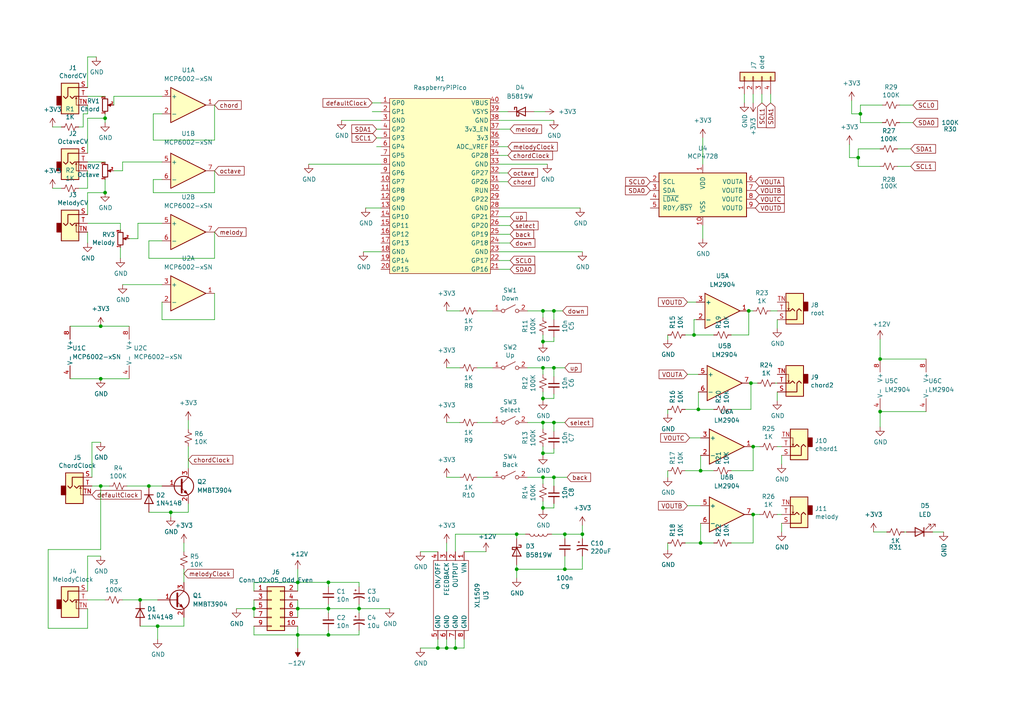
<source format=kicad_sch>
(kicad_sch (version 20211123) (generator eeschema)
  (paper "A4")
  (junction (at 255.27 104.14))
  (junction (at 30.48 34.29))
  (junction (at 73.66 176.53))
  (junction (at 86.36 168.91))
  (junction (at 45.72 181.61))
  (junction (at 160.655 106.68))
  (junction (at 217.17 90.17))
  (junction (at 157.48 115.57))
  (junction (at 157.48 122.555))
  (junction (at 160.655 138.43))
  (junction (at 160.655 122.555))
  (junction (at 40.64 173.99))
  (junction (at 217.805 111.125))
  (junction (at 30.48 55.88))
  (junction (at 218.44 149.225))
  (junction (at 157.48 106.68))
  (junction (at 201.295 97.155))
  (junction (at 157.48 99.06))
  (junction (at 218.44 129.54))
  (junction (at 129.54 187.96))
  (junction (at 127 187.96))
  (junction (at 157.48 138.43))
  (junction (at 157.48 90.17))
  (junction (at 132.08 187.96))
  (junction (at 49.53 148.59))
  (junction (at 95.25 176.53))
  (junction (at 249.555 33.02))
  (junction (at 86.36 176.53))
  (junction (at 203.2 136.525))
  (junction (at 168.91 154.94))
  (junction (at 248.92 45.72))
  (junction (at 202.565 118.745))
  (junction (at 29.21 109.855))
  (junction (at 86.36 184.15))
  (junction (at 203.2 157.48))
  (junction (at 149.86 154.94))
  (junction (at 95.25 184.15))
  (junction (at 255.27 119.38))
  (junction (at 29.21 140.97))
  (junction (at 157.48 147.32))
  (junction (at 149.86 165.1))
  (junction (at 95.25 168.91))
  (junction (at 160.655 90.17))
  (junction (at 163.83 154.94))
  (junction (at 43.18 140.97))
  (junction (at 104.14 176.53))
  (junction (at 163.83 165.1))
  (junction (at 157.48 131.445))
  (junction (at 29.21 94.615))
  (wire (pts (xy 25.4 33.02) (xy 25.4 30.48)))
  (wire (pts (xy 149.86 163.83) (xy 149.86 165.1)))
  (wire (pts (xy 218.44 157.48) (xy 218.44 149.225)))
  (wire (pts (xy 202.565 113.665) (xy 202.565 118.745)))
  (wire (pts (xy 255.27 119.38) (xy 255.27 123.825)))
  (wire (pts (xy 260.35 43.18) (xy 264.16 43.18)))
  (wire (pts (xy 160.655 122.555) (xy 160.655 125.095)))
  (wire (pts (xy 129.54 106.68) (xy 133.35 106.68)))
  (wire (pts (xy 198.755 97.155) (xy 201.295 97.155)))
  (wire (pts (xy 54.61 121.92) (xy 54.61 124.46)))
  (wire (pts (xy 40.005 69.215) (xy 40.005 64.77)))
  (wire (pts (xy 86.36 184.15) (xy 95.25 184.15)))
  (wire (pts (xy 160.655 90.17) (xy 163.195 90.17)))
  (wire (pts (xy 107.95 32.385) (xy 110.49 32.385)))
  (wire (pts (xy 218.44 136.525) (xy 218.44 129.54)))
  (wire (pts (xy 168.91 161.29) (xy 168.91 165.1)))
  (wire (pts (xy 149.86 154.94) (xy 149.86 156.21)))
  (wire (pts (xy 144.78 65.405) (xy 147.955 65.405)))
  (wire (pts (xy 160.655 90.17) (xy 160.655 92.71)))
  (wire (pts (xy 129.54 185.42) (xy 129.54 187.96)))
  (wire (pts (xy 157.48 90.17) (xy 160.655 90.17)))
  (wire (pts (xy 73.66 171.45) (xy 73.66 168.91)))
  (wire (pts (xy 35.56 46.99) (xy 46.99 46.99)))
  (wire (pts (xy 46.99 92.71) (xy 62.23 92.71)))
  (wire (pts (xy 29.21 159.385) (xy 13.97 159.385)))
  (wire (pts (xy 20.32 109.855) (xy 29.21 109.855)))
  (wire (pts (xy 246.38 41.91) (xy 246.38 45.72)))
  (wire (pts (xy 25.4 27.94) (xy 30.48 27.94)))
  (wire (pts (xy 144.78 60.325) (xy 168.275 60.325)))
  (wire (pts (xy 104.14 175.26) (xy 104.14 176.53)))
  (wire (pts (xy 138.43 106.68) (xy 142.875 106.68)))
  (wire (pts (xy 107.95 29.845) (xy 110.49 29.845)))
  (wire (pts (xy 37.465 69.215) (xy 40.005 69.215)))
  (wire (pts (xy 86.36 181.61) (xy 86.36 184.15)))
  (wire (pts (xy 43.18 74.93) (xy 62.23 74.93)))
  (wire (pts (xy 15.24 36.83) (xy 17.78 36.83)))
  (wire (pts (xy 168.91 154.94) (xy 168.91 152.4)))
  (wire (pts (xy 25.4 46.99) (xy 30.48 46.99)))
  (wire (pts (xy 29.21 94.615) (xy 37.465 94.615)))
  (wire (pts (xy 44.45 33.02) (xy 44.45 40.64)))
  (wire (pts (xy 95.25 184.15) (xy 104.14 184.15)))
  (wire (pts (xy 30.48 35.56) (xy 30.48 34.29)))
  (wire (pts (xy 25.4 173.99) (xy 30.48 173.99)))
  (wire (pts (xy 160.655 130.175) (xy 160.655 131.445)))
  (wire (pts (xy 33.02 27.94) (xy 46.99 27.94)))
  (wire (pts (xy 35.56 173.99) (xy 40.64 173.99)))
  (wire (pts (xy 203.2 132.08) (xy 203.2 136.525)))
  (wire (pts (xy 95.25 177.8) (xy 95.25 176.53)))
  (wire (pts (xy 249.555 30.48) (xy 249.555 33.02)))
  (wire (pts (xy 109.22 40.005) (xy 110.49 40.005)))
  (wire (pts (xy 160.655 99.06) (xy 157.48 99.06)))
  (wire (pts (xy 144.78 67.945) (xy 147.955 67.945)))
  (wire (pts (xy 218.44 129.54) (xy 220.345 129.54)))
  (wire (pts (xy 43.18 148.59) (xy 49.53 148.59)))
  (wire (pts (xy 152.4 154.94) (xy 149.86 154.94)))
  (wire (pts (xy 25.4 67.31) (xy 25.4 70.485)))
  (wire (pts (xy 260.985 30.48) (xy 264.795 30.48)))
  (wire (pts (xy 129.54 90.17) (xy 133.35 90.17)))
  (wire (pts (xy 44.45 40.64) (xy 62.23 40.64)))
  (wire (pts (xy 217.17 90.17) (xy 218.44 90.17)))
  (wire (pts (xy 138.43 122.555) (xy 142.875 122.555)))
  (wire (pts (xy 193.675 157.48) (xy 193.675 159.385)))
  (wire (pts (xy 44.45 55.88) (xy 62.23 55.88)))
  (wire (pts (xy 35.56 49.53) (xy 35.56 46.99)))
  (wire (pts (xy 34.925 71.755) (xy 34.925 74.93)))
  (wire (pts (xy 45.72 185.42) (xy 45.72 181.61)))
  (wire (pts (xy 44.45 52.07) (xy 44.45 55.88)))
  (wire (pts (xy 201.295 92.71) (xy 201.295 97.155)))
  (wire (pts (xy 95.25 176.53) (xy 95.25 175.26)))
  (wire (pts (xy 25.4 16.51) (xy 27.94 16.51)))
  (wire (pts (xy 86.36 184.15) (xy 86.36 187.96)))
  (wire (pts (xy 226.695 132.08) (xy 226.695 134.62)))
  (wire (pts (xy 262.255 154.305) (xy 262.89 154.305)))
  (wire (pts (xy 163.83 154.94) (xy 163.83 156.21)))
  (wire (pts (xy 193.675 118.745) (xy 193.675 120.015)))
  (wire (pts (xy 225.425 92.71) (xy 225.425 95.25)))
  (wire (pts (xy 268.605 119.38) (xy 255.27 119.38)))
  (wire (pts (xy 104.14 168.91) (xy 104.14 170.18)))
  (wire (pts (xy 104.14 184.15) (xy 104.14 182.88)))
  (wire (pts (xy 193.675 136.525) (xy 193.675 138.43)))
  (wire (pts (xy 212.09 118.745) (xy 217.805 118.745)))
  (wire (pts (xy 89.535 47.625) (xy 110.49 47.625)))
  (wire (pts (xy 45.72 173.99) (xy 40.64 173.99)))
  (wire (pts (xy 53.34 157.48) (xy 53.34 160.02)))
  (wire (pts (xy 53.34 165.1) (xy 53.34 168.91)))
  (wire (pts (xy 49.53 149.86) (xy 49.53 148.59)))
  (wire (pts (xy 199.39 146.685) (xy 203.2 146.685)))
  (wire (pts (xy 134.62 160.02) (xy 140.97 160.02)))
  (wire (pts (xy 200.025 127) (xy 203.2 127)))
  (wire (pts (xy 249.555 33.02) (xy 249.555 35.56)))
  (wire (pts (xy 104.14 176.53) (xy 104.14 177.8)))
  (wire (pts (xy 144.78 47.625) (xy 158.75 47.625)))
  (wire (pts (xy 138.43 90.17) (xy 142.875 90.17)))
  (wire (pts (xy 36.83 140.97) (xy 43.18 140.97)))
  (wire (pts (xy 106.045 60.325) (xy 110.49 60.325)))
  (wire (pts (xy 144.78 45.085) (xy 147.32 45.085)))
  (wire (pts (xy 53.34 181.61) (xy 53.34 179.07)))
  (wire (pts (xy 160.02 154.94) (xy 163.83 154.94)))
  (wire (pts (xy 160.655 122.555) (xy 163.83 122.555)))
  (wire (pts (xy 212.09 97.155) (xy 217.17 97.155)))
  (wire (pts (xy 153.035 90.17) (xy 157.48 90.17)))
  (wire (pts (xy 270.51 154.305) (xy 273.685 154.305)))
  (wire (pts (xy 46.99 52.07) (xy 44.45 52.07)))
  (wire (pts (xy 157.48 145.415) (xy 157.48 147.32)))
  (wire (pts (xy 153.035 106.68) (xy 157.48 106.68)))
  (wire (pts (xy 25.4 182.245) (xy 25.4 176.53)))
  (wire (pts (xy 25.4 44.45) (xy 25.4 34.29)))
  (wire (pts (xy 86.36 173.99) (xy 86.36 176.53)))
  (wire (pts (xy 255.27 104.14) (xy 255.27 98.425)))
  (wire (pts (xy 160.655 138.43) (xy 160.655 140.97)))
  (wire (pts (xy 225.425 129.54) (xy 226.695 129.54)))
  (wire (pts (xy 225.425 113.665) (xy 225.425 116.205)))
  (wire (pts (xy 46.99 140.97) (xy 43.18 140.97)))
  (wire (pts (xy 157.48 138.43) (xy 160.655 138.43)))
  (wire (pts (xy 62.23 92.71) (xy 62.23 85.09)))
  (wire (pts (xy 24.13 36.83) (xy 24.13 33.02)))
  (wire (pts (xy 30.48 34.29) (xy 30.48 33.02)))
  (wire (pts (xy 46.99 33.02) (xy 44.45 33.02)))
  (wire (pts (xy 160.655 97.79) (xy 160.655 99.06)))
  (wire (pts (xy 25.4 171.45) (xy 25.4 161.29)))
  (wire (pts (xy 246.38 45.72) (xy 248.92 45.72)))
  (wire (pts (xy 157.48 90.17) (xy 157.48 92.075)))
  (wire (pts (xy 144.78 50.165) (xy 147.32 50.165)))
  (wire (pts (xy 95.25 168.91) (xy 104.14 168.91)))
  (wire (pts (xy 223.52 27.305) (xy 223.52 29.845)))
  (wire (pts (xy 86.36 168.91) (xy 95.25 168.91)))
  (wire (pts (xy 225.425 149.225) (xy 226.695 149.225)))
  (wire (pts (xy 29.21 140.97) (xy 29.21 159.385)))
  (wire (pts (xy 157.48 106.68) (xy 157.48 108.585)))
  (wire (pts (xy 144.78 62.865) (xy 147.955 62.865)))
  (wire (pts (xy 157.48 97.155) (xy 157.48 99.06)))
  (wire (pts (xy 129.54 122.555) (xy 133.35 122.555)))
  (wire (pts (xy 217.805 111.125) (xy 219.71 111.125)))
  (wire (pts (xy 255.27 48.26) (xy 248.92 48.26)))
  (wire (pts (xy 144.78 78.105) (xy 147.955 78.105)))
  (wire (pts (xy 160.655 114.3) (xy 160.655 115.57)))
  (wire (pts (xy 13.97 182.245) (xy 25.4 182.245)))
  (wire (pts (xy 218.44 27.305) (xy 218.44 29.845)))
  (wire (pts (xy 22.86 36.83) (xy 24.13 36.83)))
  (wire (pts (xy 129.54 138.43) (xy 133.35 138.43)))
  (wire (pts (xy 20.32 94.615) (xy 29.21 94.615)))
  (wire (pts (xy 215.9 27.305) (xy 215.9 29.845)))
  (wire (pts (xy 129.54 157.48) (xy 129.54 160.02)))
  (wire (pts (xy 154.94 32.385) (xy 158.115 32.385)))
  (wire (pts (xy 223.52 90.17) (xy 225.425 90.17)))
  (wire (pts (xy 157.48 122.555) (xy 157.48 124.46)))
  (wire (pts (xy 260.35 48.26) (xy 264.16 48.26)))
  (wire (pts (xy 249.555 30.48) (xy 255.905 30.48)))
  (wire (pts (xy 144.78 32.385) (xy 147.32 32.385)))
  (wire (pts (xy 26.67 128.27) (xy 29.21 128.27)))
  (wire (pts (xy 144.78 42.545) (xy 147.32 42.545)))
  (wire (pts (xy 218.44 149.225) (xy 220.345 149.225)))
  (wire (pts (xy 247.015 33.02) (xy 249.555 33.02)))
  (wire (pts (xy 248.92 43.18) (xy 248.92 45.72)))
  (wire (pts (xy 248.92 45.72) (xy 248.92 48.26)))
  (wire (pts (xy 121.92 160.02) (xy 127 160.02)))
  (wire (pts (xy 46.99 87.63) (xy 46.99 92.71)))
  (wire (pts (xy 157.48 115.57) (xy 157.48 116.205)))
  (wire (pts (xy 199.39 87.63) (xy 201.93 87.63)))
  (wire (pts (xy 160.655 131.445) (xy 157.48 131.445)))
  (wire (pts (xy 95.25 176.53) (xy 104.14 176.53)))
  (wire (pts (xy 199.39 108.585) (xy 202.565 108.585)))
  (wire (pts (xy 25.4 55.88) (xy 30.48 55.88)))
  (wire (pts (xy 86.36 171.45) (xy 86.36 168.91)))
  (wire (pts (xy 86.36 176.53) (xy 95.25 176.53)))
  (wire (pts (xy 138.43 138.43) (xy 142.875 138.43)))
  (wire (pts (xy 201.295 97.155) (xy 207.01 97.155)))
  (wire (pts (xy 134.62 185.42) (xy 134.62 187.96)))
  (wire (pts (xy 144.78 73.025) (xy 168.91 73.025)))
  (wire (pts (xy 198.755 118.745) (xy 202.565 118.745)))
  (wire (pts (xy 99.06 34.925) (xy 110.49 34.925)))
  (wire (pts (xy 201.93 92.71) (xy 201.295 92.71)))
  (wire (pts (xy 149.86 165.1) (xy 149.86 167.64)))
  (wire (pts (xy 26.67 140.97) (xy 29.21 140.97)))
  (wire (pts (xy 212.09 157.48) (xy 218.44 157.48)))
  (wire (pts (xy 160.655 106.68) (xy 160.655 109.22)))
  (wire (pts (xy 160.655 146.05) (xy 160.655 147.32)))
  (wire (pts (xy 46.99 69.85) (xy 43.18 69.85)))
  (wire (pts (xy 157.48 122.555) (xy 160.655 122.555)))
  (wire (pts (xy 203.2 157.48) (xy 207.01 157.48)))
  (wire (pts (xy 149.86 165.1) (xy 163.83 165.1)))
  (wire (pts (xy 54.61 129.54) (xy 54.61 135.89)))
  (wire (pts (xy 157.48 113.665) (xy 157.48 115.57)))
  (wire (pts (xy 217.805 118.745) (xy 217.805 111.125)))
  (wire (pts (xy 144.78 34.925) (xy 160.655 34.925)))
  (wire (pts (xy 247.015 29.21) (xy 247.015 33.02)))
  (wire (pts (xy 129.54 187.96) (xy 127 187.96)))
  (wire (pts (xy 95.25 184.15) (xy 95.25 182.88)))
  (wire (pts (xy 198.755 157.48) (xy 203.2 157.48)))
  (wire (pts (xy 255.905 35.56) (xy 249.555 35.56)))
  (wire (pts (xy 193.675 97.155) (xy 193.675 98.425)))
  (wire (pts (xy 109.22 37.465) (xy 110.49 37.465)))
  (wire (pts (xy 15.24 54.61) (xy 17.78 54.61)))
  (wire (pts (xy 144.78 70.485) (xy 147.955 70.485)))
  (wire (pts (xy 220.98 27.305) (xy 220.98 29.845)))
  (wire (pts (xy 134.62 187.96) (xy 132.08 187.96)))
  (wire (pts (xy 203.835 69.215) (xy 203.835 65.405)))
  (wire (pts (xy 212.09 136.525) (xy 218.44 136.525)))
  (wire (pts (xy 153.035 138.43) (xy 157.48 138.43)))
  (wire (pts (xy 157.48 147.32) (xy 157.48 147.955)))
  (wire (pts (xy 25.4 34.29) (xy 30.48 34.29)))
  (wire (pts (xy 40.005 64.77) (xy 46.99 64.77)))
  (wire (pts (xy 40.64 181.61) (xy 45.72 181.61)))
  (wire (pts (xy 157.48 106.68) (xy 160.655 106.68)))
  (wire (pts (xy 22.86 54.61) (xy 25.4 54.61)))
  (wire (pts (xy 198.755 136.525) (xy 203.2 136.525)))
  (wire (pts (xy 25.4 161.29) (xy 29.21 161.29)))
  (wire (pts (xy 144.78 37.465) (xy 147.955 37.465)))
  (wire (pts (xy 73.66 184.15) (xy 86.36 184.15)))
  (wire (pts (xy 29.21 109.855) (xy 37.465 109.855)))
  (wire (pts (xy 29.21 140.97) (xy 31.75 140.97)))
  (wire (pts (xy 253.365 154.305) (xy 257.175 154.305)))
  (wire (pts (xy 43.18 69.85) (xy 43.18 74.93)))
  (wire (pts (xy 157.48 131.445) (xy 157.48 132.08)))
  (wire (pts (xy 160.655 115.57) (xy 157.48 115.57)))
  (wire (pts (xy 226.695 151.765) (xy 226.695 154.305)))
  (wire (pts (xy 157.48 99.06) (xy 157.48 99.695)))
  (wire (pts (xy 157.48 138.43) (xy 157.48 140.335)))
  (wire (pts (xy 35.56 82.55) (xy 46.99 82.55)))
  (wire (pts (xy 86.36 176.53) (xy 86.36 179.07)))
  (wire (pts (xy 127 187.96) (xy 121.92 187.96)))
  (wire (pts (xy 144.78 52.705) (xy 147.32 52.705)))
  (wire (pts (xy 73.66 176.53) (xy 73.66 179.07)))
  (wire (pts (xy 202.565 118.745) (xy 207.01 118.745)))
  (wire (pts (xy 132.08 154.94) (xy 132.08 160.02)))
  (wire (pts (xy 163.83 165.1) (xy 168.91 165.1)))
  (wire (pts (xy 160.655 106.68) (xy 163.83 106.68)))
  (wire (pts (xy 25.4 64.77) (xy 34.925 64.77)))
  (wire (pts (xy 73.66 176.53) (xy 68.58 176.53)))
  (wire (pts (xy 73.66 168.91) (xy 86.36 168.91)))
  (wire (pts (xy 54.61 148.59) (xy 54.61 146.05)))
  (wire (pts (xy 26.67 138.43) (xy 26.67 128.27)))
  (wire (pts (xy 45.72 181.61) (xy 53.34 181.61)))
  (wire (pts (xy 163.83 161.29) (xy 163.83 165.1)))
  (wire (pts (xy 62.23 74.93) (xy 62.23 67.31)))
  (wire (pts (xy 248.92 43.18) (xy 255.27 43.18)))
  (wire (pts (xy 24.13 33.02) (xy 25.4 33.02)))
  (wire (pts (xy 144.78 75.565) (xy 147.955 75.565)))
  (wire (pts (xy 157.48 129.54) (xy 157.48 131.445)))
  (wire (pts (xy 33.02 49.53) (xy 35.56 49.53)))
  (wire (pts (xy 95.25 170.18) (xy 95.25 168.91)))
  (wire (pts (xy 49.53 148.59) (xy 54.61 148.59)))
  (wire (pts (xy 203.2 136.525) (xy 207.01 136.525)))
  (wire (pts (xy 260.985 35.56) (xy 264.795 35.56)))
  (wire (pts (xy 13.97 159.385) (xy 13.97 182.245)))
  (wire (pts (xy 25.4 25.4) (xy 25.4 16.51)))
  (wire (pts (xy 163.83 154.94) (xy 168.91 154.94)))
  (wire (pts (xy 25.4 62.23) (xy 25.4 55.88)))
  (wire (pts (xy 73.66 173.99) (xy 73.66 176.53)))
  (wire (pts (xy 109.22 42.545) (xy 110.49 42.545)))
  (wire (pts (xy 132.08 185.42) (xy 132.08 187.96)))
  (wire (pts (xy 104.14 176.53) (xy 113.03 176.53)))
  (wire (pts (xy 168.91 154.94) (xy 168.91 156.21)))
  (wire (pts (xy 203.2 151.765) (xy 203.2 157.48)))
  (wire (pts (xy 127 185.42) (xy 127 187.96)))
  (wire (pts (xy 149.86 154.94) (xy 132.08 154.94)))
  (wire (pts (xy 217.17 97.155) (xy 217.17 90.17)))
  (wire (pts (xy 132.08 187.96) (xy 129.54 187.96)))
  (wire (pts (xy 62.23 40.64) (xy 62.23 30.48)))
  (wire (pts (xy 33.02 30.48) (xy 33.02 27.94)))
  (wire (pts (xy 25.4 54.61) (xy 25.4 49.53)))
  (wire (pts (xy 160.655 138.43) (xy 164.465 138.43)))
  (wire (pts (xy 203.835 47.625) (xy 203.835 40.005)))
  (wire (pts (xy 224.79 111.125) (xy 225.425 111.125)))
  (wire (pts (xy 153.035 122.555) (xy 157.48 122.555)))
  (wire (pts (xy 160.655 147.32) (xy 157.48 147.32)))
  (wire (pts (xy 86.36 165.1) (xy 86.36 168.91)))
  (wire (pts (xy 268.605 104.14) (xy 255.27 104.14)))
  (wire (pts (xy 34.925 64.77) (xy 34.925 66.675)))
  (wire (pts (xy 73.66 181.61) (xy 73.66 184.15)))
  (wire (pts (xy 30.48 55.88) (xy 30.48 52.07)))
  (wire (pts (xy 62.23 55.88) (xy 62.23 49.53)))
  (wire (pts (xy 105.41 73.025) (xy 110.49 73.025)))
  (global_label "chord" (shape input) (at 147.32 52.705 0) (property "Intersheet References" "${INTERSHEET_REFS}" (effects hide)))
  (global_label "melody" (shape input) (at 147.955 37.465 0) (property "Intersheet References" "${INTERSHEET_REFS}" (effects hide)))
  (global_label "chordClock" (shape input) (at 54.61 133.35 0) (property "Intersheet References" "${INTERSHEET_REFS}" (effects hide)))
  (global_label "VOUTD" (shape input) (at 219.075 60.325 0) (property "Intersheet References" "${INTERSHEET_REFS}" (effects hide)))
  (global_label "SCL1" (shape input) (at 109.22 40.005 180) (property "Intersheet References" "${INTERSHEET_REFS}" (effects hide)))
  (global_label "SDA0" (shape input) (at 147.955 78.105 0) (property "Intersheet References" "${INTERSHEET_REFS}" (effects hide)))
  (global_label "defaultClock" (shape input) (at 107.95 29.845 180) (property "Intersheet References" "${INTERSHEET_REFS}" (effects hide)))
  (global_label "VOUTC" (shape input) (at 219.075 57.785 0) (property "Intersheet References" "${INTERSHEET_REFS}" (effects hide)))
  (global_label "defaultClock" (shape input) (at 26.67 143.51 0) (property "Intersheet References" "${INTERSHEET_REFS}" (effects hide)))
  (global_label "VOUTC" (shape input) (at 200.025 127 180) (property "Intersheet References" "${INTERSHEET_REFS}" (effects hide)))
  (global_label "VOUTB" (shape input) (at 199.39 146.685 180) (property "Intersheet References" "${INTERSHEET_REFS}" (effects hide)))
  (global_label "SDA0" (shape input) (at 188.595 55.245 180) (property "Intersheet References" "${INTERSHEET_REFS}" (effects hide)))
  (global_label "up" (shape input) (at 147.955 62.865 0) (property "Intersheet References" "${INTERSHEET_REFS}" (effects hide)))
  (global_label "SDA1" (shape input) (at 264.16 43.18 0) (property "Intersheet References" "${INTERSHEET_REFS}" (effects hide)))
  (global_label "VOUTB" (shape input) (at 219.075 55.245 0) (property "Intersheet References" "${INTERSHEET_REFS}" (effects hide)))
  (global_label "select" (shape input) (at 147.955 65.405 0) (property "Intersheet References" "${INTERSHEET_REFS}" (effects hide)))
  (global_label "chord" (shape input) (at 62.23 30.48 0) (property "Intersheet References" "${INTERSHEET_REFS}" (effects hide)))
  (global_label "melodyClock" (shape input) (at 53.34 166.37 0) (property "Intersheet References" "${INTERSHEET_REFS}" (effects hide)))
  (global_label "SCL1" (shape input) (at 264.16 48.26 0) (property "Intersheet References" "${INTERSHEET_REFS}" (effects hide)))
  (global_label "back" (shape input) (at 147.955 67.945 0) (property "Intersheet References" "${INTERSHEET_REFS}" (effects hide)))
  (global_label "back" (shape input) (at 164.465 138.43 0) (property "Intersheet References" "${INTERSHEET_REFS}" (effects hide)))
  (global_label "VOUTA" (shape input) (at 219.075 52.705 0) (property "Intersheet References" "${INTERSHEET_REFS}" (effects hide)))
  (global_label "SCL0" (shape input) (at 147.955 75.565 0) (property "Intersheet References" "${INTERSHEET_REFS}" (effects hide)))
  (global_label "VOUTA" (shape input) (at 199.39 108.585 180) (property "Intersheet References" "${INTERSHEET_REFS}" (effects hide)))
  (global_label "melodyClock" (shape input) (at 147.32 42.545 0) (property "Intersheet References" "${INTERSHEET_REFS}" (effects hide)))
  (global_label "SCL1" (shape input) (at 220.98 29.845 270) (property "Intersheet References" "${INTERSHEET_REFS}" (effects hide)))
  (global_label "SDA1" (shape input) (at 109.22 37.465 180) (property "Intersheet References" "${INTERSHEET_REFS}" (effects hide)))
  (global_label "down" (shape input) (at 163.195 90.17 0) (property "Intersheet References" "${INTERSHEET_REFS}" (effects hide)))
  (global_label "select" (shape input) (at 163.83 122.555 0) (property "Intersheet References" "${INTERSHEET_REFS}" (effects hide)))
  (global_label "SDA0" (shape input) (at 264.795 35.56 0) (property "Intersheet References" "${INTERSHEET_REFS}" (effects hide)))
  (global_label "chordClock" (shape input) (at 147.32 45.085 0) (property "Intersheet References" "${INTERSHEET_REFS}" (effects hide)))
  (global_label "octave" (shape input) (at 147.32 50.165 0) (property "Intersheet References" "${INTERSHEET_REFS}" (effects hide)))
  (global_label "up" (shape input) (at 163.83 106.68 0) (property "Intersheet References" "${INTERSHEET_REFS}" (effects hide)))
  (global_label "SCL0" (shape input) (at 264.795 30.48 0) (property "Intersheet References" "${INTERSHEET_REFS}" (effects hide)))
  (global_label "down" (shape input) (at 147.955 70.485 0) (property "Intersheet References" "${INTERSHEET_REFS}" (effects hide)))
  (global_label "octave" (shape input) (at 62.23 49.53 0) (property "Intersheet References" "${INTERSHEET_REFS}" (effects hide)))
  (global_label "melody" (shape input) (at 62.23 67.31 0) (property "Intersheet References" "${INTERSHEET_REFS}" (effects hide)))
  (global_label "SCL0" (shape input) (at 188.595 52.705 180) (property "Intersheet References" "${INTERSHEET_REFS}" (effects hide)))
  (global_label "SDA1" (shape input) (at 223.52 29.845 270) (property "Intersheet References" "${INTERSHEET_REFS}" (effects hide)))
  (global_label "VOUTD" (shape input) (at 199.39 87.63 180) (property "Intersheet References" "${INTERSHEET_REFS}" (effects hide)))
  (symbol (lib_id "Analog_DAC:MCP4728") (at 203.835 55.245 0) (unit 1)
    (property "Reference" "U4" (at 203.835 43.0276 0))
    (property "Value" "MCP4728" (at 203.835 45.339 0))
    (property "Footprint" "Package_SO:MSOP-10_3x3mm_P0.5mm" (effects hide))
    (property "Datasheet" "http://ww1.microchip.com/downloads/en/DeviceDoc/22187E.pdf" (effects hide))
  )
  (symbol (lib_id "vccg-rescue:CP1_Small-Device") (at 104.14 180.34 0) (unit 1)
    (property "Reference" "C4" (at 106.4514 179.1716 0) (effects (justify left)))
    (property "Value" "10u" (at 106.4514 181.483 0) (effects (justify left)))
    (property "Footprint" "Capacitor_SMD:C_0805_2012Metric" (effects hide))
  )
  (symbol (lib_id "Device:C_Small") (at 95.25 180.34 0) (unit 1)
    (property "Reference" "C2" (at 97.5868 179.1716 0) (effects (justify left)))
    (property "Value" "10n" (at 97.5868 181.483 0) (effects (justify left)))
    (property "Footprint" "Capacitor_SMD:C_0603_1608Metric" (effects hide))
  )
  (symbol (lib_id "vccg-rescue:CP1_Small-Device") (at 104.14 172.72 0) (unit 1)
    (property "Reference" "C3" (at 106.4514 171.5516 0) (effects (justify left)))
    (property "Value" "10u" (at 106.4514 173.863 0) (effects (justify left)))
    (property "Footprint" "Capacitor_SMD:C_0805_2012Metric" (effects hide))
  )
  (symbol (lib_id "Device:C_Small") (at 95.25 172.72 0) (unit 1)
    (property "Reference" "C1" (at 97.5868 171.5516 0) (effects (justify left)))
    (property "Value" "10n" (at 97.5868 173.863 0) (effects (justify left)))
    (property "Footprint" "Capacitor_SMD:C_0603_1608Metric" (effects hide))
  )
  (symbol (lib_id "power:GND") (at 113.03 176.53 0) (unit 1)
    (property "Reference" "#PWR024" (effects hide))
    (property "Value" "GND" (at 113.157 180.9242 0))
  )
  (symbol (lib_id "power:GND") (at 68.58 176.53 0) (unit 1)
    (property "Reference" "#PWR017" (effects hide))
    (property "Value" "GND" (at 68.707 180.9242 0))
  )
  (symbol (lib_id "power:-12V") (at 86.36 187.96 180) (unit 1)
    (property "Reference" "#PWR019" (effects hide))
    (property "Value" "-12V" (at 85.979 192.3542 0))
  )
  (symbol (lib_id "power:+12V") (at 86.36 165.1 0) (unit 1)
    (property "Reference" "#PWR018" (effects hide))
    (property "Value" "+12V" (at 86.741 160.7058 0))
  )
  (symbol (lib_id "power:GND") (at 29.21 109.855 0) (unit 1)
    (property "Reference" "#PWR06" (effects hide))
    (property "Value" "GND" (at 29.337 114.2492 0))
  )
  (symbol (lib_id "Connector:AudioJack2_SwitchT") (at 230.505 90.17 180) (unit 1)
    (property "Reference" "J8" (at 235.077 88.4682 0) (effects (justify right)))
    (property "Value" "root" (at 235.077 90.7796 0) (effects (justify right)))
    (property "Footprint" "Connector_Audio:Jack_3.5mm_QingPu_WQP-PJ398SM_Vertical_CircularHoles" (effects hide))
  )
  (symbol (lib_id "Connector:AudioJack2_SwitchT") (at 231.775 129.54 180) (unit 1)
    (property "Reference" "J10" (at 236.347 127.8382 0) (effects (justify right)))
    (property "Value" "chord1" (at 236.347 130.1496 0) (effects (justify right)))
    (property "Footprint" "Connector_Audio:Jack_3.5mm_QingPu_WQP-PJ398SM_Vertical_CircularHoles" (effects hide))
  )
  (symbol (lib_id "Connector:AudioJack2_SwitchT") (at 230.505 111.125 180) (unit 1)
    (property "Reference" "J9" (at 235.077 109.4232 0) (effects (justify right)))
    (property "Value" "chord2" (at 235.077 111.7346 0) (effects (justify right)))
    (property "Footprint" "Connector_Audio:Jack_3.5mm_QingPu_WQP-PJ398SM_Vertical_CircularHoles" (effects hide))
  )
  (symbol (lib_id "Connector:AudioJack2_SwitchT") (at 231.775 149.225 180) (unit 1)
    (property "Reference" "J11" (at 236.347 147.5232 0) (effects (justify right)))
    (property "Value" "melody" (at 236.347 149.8346 0) (effects (justify right)))
    (property "Footprint" "Connector_Audio:Jack_3.5mm_QingPu_WQP-PJ398SM_Vertical_CircularHoles" (effects hide))
  )
  (symbol (lib_id "Connector:AudioJack2_SwitchT") (at 20.32 27.94 0) (unit 1)
    (property "Reference" "J1" (at 21.1328 19.685 0))
    (property "Value" "ChordCV" (at 21.1328 21.9964 0))
    (property "Footprint" "Connector_Audio:Jack_3.5mm_QingPu_WQP-PJ398SM_Vertical_CircularHoles" (effects hide))
  )
  (symbol (lib_id "Connector:AudioJack2_SwitchT") (at 20.32 46.99 0) (unit 1)
    (property "Reference" "J2" (at 21.1328 38.735 0))
    (property "Value" "OctaveCV" (at 21.1328 41.0464 0))
    (property "Footprint" "Connector_Audio:Jack_3.5mm_QingPu_WQP-PJ398SM_Vertical_CircularHoles" (effects hide))
  )
  (symbol (lib_id "Connector:AudioJack2_SwitchT") (at 20.32 64.77 0) (unit 1)
    (property "Reference" "J3" (at 21.1328 56.515 0))
    (property "Value" "MelodyCV" (at 21.1328 58.8264 0))
    (property "Footprint" "Connector_Audio:Jack_3.5mm_QingPu_WQP-PJ398SM_Vertical_CircularHoles" (effects hide))
  )
  (symbol (lib_id "Connector:AudioJack2_SwitchT") (at 21.59 140.97 0) (unit 1)
    (property "Reference" "J5" (at 22.4028 132.715 0))
    (property "Value" "ChordClock" (at 22.4028 135.0264 0))
    (property "Footprint" "Connector_Audio:Jack_3.5mm_QingPu_WQP-PJ398SM_Vertical_CircularHoles" (effects hide))
  )
  (symbol (lib_id "Connector:AudioJack2_SwitchT") (at 20.32 173.99 0) (unit 1)
    (property "Reference" "J4" (at 21.1328 165.735 0))
    (property "Value" "MelodyClock" (at 21.1328 168.0464 0))
    (property "Footprint" "Connector_Audio:Jack_3.5mm_QingPu_WQP-PJ398SM_Vertical_CircularHoles" (effects hide))
  )
  (symbol (lib_id "Device:R_Small_US") (at 34.29 140.97 270) (unit 1)
    (property "Reference" "R4" (at 34.29 135.763 90))
    (property "Value" "100K" (at 34.29 138.0744 90))
    (property "Footprint" "Resistor_SMD:R_0603_1608Metric" (effects hide))
  )
  (symbol (lib_id "Device:R_Small_US") (at 33.02 173.99 270) (unit 1)
    (property "Reference" "R3" (at 33.02 168.783 90))
    (property "Value" "100K" (at 33.02 171.0944 90))
    (property "Footprint" "Resistor_SMD:R_0603_1608Metric" (effects hide))
  )
  (symbol (lib_id "Diode:1N4148") (at 43.18 144.78 270) (unit 1)
    (property "Reference" "D2" (at 45.212 143.6116 90) (effects (justify left)))
    (property "Value" "1N4148" (at 45.212 145.923 90) (effects (justify left)))
    (property "Footprint" "Diode_SMD:D_SOD-123" (effects hide))
    (property "Datasheet" "https://assets.nexperia.com/documents/data-sheet/1N4148_1N4448.pdf" (effects hide))
  )
  (symbol (lib_id "Diode:1N4148") (at 40.64 177.8 270) (unit 1)
    (property "Reference" "D1" (at 42.672 176.6316 90) (effects (justify left)))
    (property "Value" "1N4148" (at 42.672 178.943 90) (effects (justify left)))
    (property "Footprint" "Diode_SMD:D_SOD-123" (effects hide))
    (property "Datasheet" "https://assets.nexperia.com/documents/data-sheet/1N4148_1N4448.pdf" (effects hide))
  )
  (symbol (lib_id "power:GND") (at 45.72 185.42 0) (unit 1)
    (property "Reference" "#PWR013" (effects hide))
    (property "Value" "GND" (at 45.847 189.8142 0))
  )
  (symbol (lib_id "power:GND") (at 49.53 149.86 0) (unit 1)
    (property "Reference" "#PWR014" (effects hide))
    (property "Value" "GND" (at 49.657 154.2542 0))
  )
  (symbol (lib_id "Device:R_Small_US") (at 54.61 127 180) (unit 1)
    (property "Reference" "R6" (at 56.3372 125.8316 0) (effects (justify right)))
    (property "Value" "10K" (at 56.3372 128.143 0) (effects (justify right)))
    (property "Footprint" "Resistor_SMD:R_0603_1608Metric" (effects hide))
  )
  (symbol (lib_id "Device:R_Small_US") (at 53.34 162.56 180) (unit 1)
    (property "Reference" "R5" (at 55.0672 161.3916 0) (effects (justify right)))
    (property "Value" "10K" (at 55.0672 163.703 0) (effects (justify right)))
    (property "Footprint" "Resistor_SMD:R_0603_1608Metric" (effects hide))
  )
  (symbol (lib_id "power:GND") (at 29.21 161.29 0) (unit 1)
    (property "Reference" "#PWR08" (effects hide))
    (property "Value" "GND" (at 29.337 165.6842 0))
  )
  (symbol (lib_id "power:GND") (at 29.21 128.27 0) (unit 1)
    (property "Reference" "#PWR07" (effects hide))
    (property "Value" "GND" (at 29.337 132.6642 0))
  )
  (symbol (lib_id "vccg-rescue:R_POT_Small-Device") (at 30.48 30.48 0) (mirror x) (unit 1)
    (property "Reference" "RV1" (at 28.9814 29.3116 0) (effects (justify right)))
    (property "Value" "Chord" (at 28.9814 31.623 0) (effects (justify right)))
    (property "Footprint" "Potentiometer_THT:Potentiometer_Alpha_RD901F-40-00D_Single_Vertical_CircularHoles" (effects hide))
  )
  (symbol (lib_id "vccg-rescue:R_POT_Small-Device") (at 30.48 49.53 0) (mirror x) (unit 1)
    (property "Reference" "RV2" (at 28.956 48.3616 0) (effects (justify right)))
    (property "Value" "Octave" (at 28.956 50.673 0) (effects (justify right)))
    (property "Footprint" "Potentiometer_THT:Potentiometer_Alpha_RD901F-40-00D_Single_Vertical_CircularHoles" (effects hide))
  )
  (symbol (lib_id "power:GND") (at 30.48 35.56 0) (unit 1)
    (property "Reference" "#PWR09" (effects hide))
    (property "Value" "GND" (at 30.607 39.9542 0))
  )
  (symbol (lib_id "power:GND") (at 27.94 16.51 0) (unit 1)
    (property "Reference" "#PWR04" (effects hide))
    (property "Value" "GND" (at 28.067 20.9042 0))
  )
  (symbol (lib_id "power:GND") (at 30.48 55.88 0) (unit 1)
    (property "Reference" "#PWR010" (effects hide))
    (property "Value" "GND" (at 30.607 60.2742 0))
  )
  (symbol (lib_id "power:GND") (at 35.56 82.55 0) (unit 1)
    (property "Reference" "#PWR012" (effects hide))
    (property "Value" "GND" (at 35.687 86.9442 0))
  )
  (symbol (lib_id "power:GND") (at 203.835 69.215 0) (unit 1)
    (property "Reference" "#PWR049" (effects hide))
    (property "Value" "GND" (at 203.962 73.6092 0))
  )
  (symbol (lib_id "Device:R_Small_US") (at 220.98 90.17 270) (unit 1)
    (property "Reference" "R23" (at 220.98 84.963 90))
    (property "Value" "1K" (at 220.98 87.2744 90))
    (property "Footprint" "Resistor_SMD:R_0603_1608Metric" (effects hide))
  )
  (symbol (lib_id "Device:R_Small_US") (at 222.885 129.54 270) (unit 1)
    (property "Reference" "R25" (at 222.885 124.333 90))
    (property "Value" "1K" (at 222.885 126.6444 90))
    (property "Footprint" "Resistor_SMD:R_0603_1608Metric" (effects hide))
  )
  (symbol (lib_id "Device:R_Small_US") (at 222.25 111.125 270) (unit 1)
    (property "Reference" "R24" (at 222.25 105.918 90))
    (property "Value" "1K" (at 222.25 108.2294 90))
    (property "Footprint" "Resistor_SMD:R_0603_1608Metric" (effects hide))
  )
  (symbol (lib_id "Device:R_Small_US") (at 222.885 149.225 270) (unit 1)
    (property "Reference" "R26" (at 222.885 144.018 90))
    (property "Value" "1K" (at 222.885 146.3294 90))
    (property "Footprint" "Resistor_SMD:R_0603_1608Metric" (effects hide))
  )
  (symbol (lib_id "power:GND") (at 226.695 154.305 0) (unit 1)
    (property "Reference" "#PWR055" (effects hide))
    (property "Value" "GND" (at 226.822 158.6992 0))
  )
  (symbol (lib_id "power:GND") (at 225.425 116.205 0) (unit 1)
    (property "Reference" "#PWR053" (effects hide))
    (property "Value" "GND" (at 225.552 120.5992 0))
  )
  (symbol (lib_id "power:GND") (at 226.695 134.62 0) (unit 1)
    (property "Reference" "#PWR054" (effects hide))
    (property "Value" "GND" (at 226.822 139.0142 0))
  )
  (symbol (lib_id "power:GND") (at 225.425 95.25 0) (unit 1)
    (property "Reference" "#PWR052" (effects hide))
    (property "Value" "GND" (at 225.552 99.6442 0))
  )
  (symbol (lib_id "Connector_Generic:Conn_02x05_Odd_Even") (at 78.74 176.53 0) (unit 1)
    (property "Reference" "J6" (at 80.01 165.9382 0))
    (property "Value" "Conn_02x05_Odd_Even" (at 80.01 168.2496 0))
    (property "Footprint" "Connector_PinHeader_2.54mm:PinHeader_2x05_P2.54mm_Vertical" (effects hide))
  )
  (symbol (lib_id "Device:R_Small_US") (at 20.32 36.83 270) (unit 1)
    (property "Reference" "R1" (at 20.32 31.623 90))
    (property "Value" "1K" (at 20.32 33.9344 90))
    (property "Footprint" "Resistor_SMD:R_0603_1608Metric" (effects hide))
  )
  (symbol (lib_id "Device:R_Small_US") (at 20.32 54.61 270) (unit 1)
    (property "Reference" "R2" (at 20.32 49.403 90))
    (property "Value" "1K" (at 20.32 51.7144 90))
    (property "Footprint" "Resistor_SMD:R_0603_1608Metric" (effects hide))
  )
  (symbol (lib_id "Switch:SW_SPST") (at 147.955 138.43 0) (unit 1)
    (property "Reference" "SW4" (at 147.955 132.461 0))
    (property "Value" "Back" (at 147.955 134.7724 0))
    (property "Footprint" "Button_Switch_THT:SW_PUSH_6mm_H13mm" (effects hide))
  )
  (symbol (lib_id "Connector_Generic:Conn_01x04") (at 218.44 22.225 90) (unit 1)
    (property "Reference" "J7" (at 218.6432 20.193 0) (effects (justify left)))
    (property "Value" "oled" (at 220.9546 20.193 0) (effects (justify left)))
    (property "Footprint" "Connector_PinSocket_2.54mm:PinSocket_1x04_P2.54mm_Vertical" (effects hide))
  )
  (symbol (lib_id "power:GND") (at 215.9 29.845 0) (unit 1)
    (property "Reference" "#PWR050" (effects hide))
    (property "Value" "GND" (at 216.027 33.0962 90) (effects (justify right)))
  )
  (symbol (lib_id "Device:R_Small_US") (at 258.445 30.48 270) (unit 1)
    (property "Reference" "R29" (at 258.445 25.273 90))
    (property "Value" "100K" (at 258.445 27.5844 90))
    (property "Footprint" "Resistor_SMD:R_0603_1608Metric" (effects hide))
  )
  (symbol (lib_id "Device:R_Small_US") (at 258.445 35.56 270) (unit 1)
    (property "Reference" "R30" (at 275.59 37.465 90))
    (property "Value" "100K" (at 275.59 35.56 90))
    (property "Footprint" "Resistor_SMD:R_0603_1608Metric" (effects hide))
  )
  (symbol (lib_id "Amplifier_Operational:LM2904") (at 210.185 111.125 0) (unit 2)
    (property "Reference" "U5" (at 210.185 100.33 0))
    (property "Value" "LM2904" (at 210.185 102.87 0))
    (property "Footprint" "Package_SO:SOIC-8_3.9x4.9mm_P1.27mm" (effects hide))
    (property "Datasheet" "http://www.ti.com/lit/ds/symlink/lm358.pdf" (effects hide))
  )
  (symbol (lib_id "power:+3.3V") (at 218.44 29.845 180) (unit 1)
    (property "Reference" "#PWR051" (effects hide))
    (property "Value" "+3.3V" (at 218.44 39.37 90) (effects (justify right)))
  )
  (symbol (lib_id "Device:C_Small") (at 160.655 95.25 0) (unit 1)
    (property "Reference" "C5" (at 165.735 95.885 90) (effects (justify left)))
    (property "Value" "10n" (at 163.83 96.52 90) (effects (justify left)))
    (property "Footprint" "Capacitor_SMD:C_0603_1608Metric" (effects hide))
  )
  (symbol (lib_id "Amplifier_Operational:MCP6002-xSN") (at 40.005 102.235 0) (unit 3)
    (property "Reference" "U2" (at 38.735 100.9649 0) (effects (justify left)))
    (property "Value" "MCP6002-xSN" (at 38.735 103.5049 0) (effects (justify left)))
    (property "Footprint" "Package_SO:SOIC-8_3.9x4.9mm_P1.27mm" (effects hide))
    (property "Datasheet" "http://ww1.microchip.com/downloads/en/DeviceDoc/21733j.pdf" (effects hide))
  )
  (symbol (lib_id "Amplifier_Operational:MCP6002-xSN") (at 54.61 30.48 0) (unit 1)
    (property "Reference" "U1" (at 54.61 20.32 0))
    (property "Value" "MCP6002-xSN" (at 54.61 22.86 0))
    (property "Footprint" "Package_SO:SOIC-8_3.9x4.9mm_P1.27mm" (effects hide))
    (property "Datasheet" "http://ww1.microchip.com/downloads/en/DeviceDoc/21733j.pdf" (effects hide))
  )
  (symbol (lib_id "power:GND") (at 193.675 98.425 0) (unit 1)
    (property "Reference" "#PWR044" (effects hide))
    (property "Value" "GND" (at 193.802 102.8192 0))
  )
  (symbol (lib_id "Device:R_Small_US") (at 209.55 97.155 270) (unit 1)
    (property "Reference" "R19" (at 208.3816 95.4278 0) (effects (justify right)))
    (property "Value" "10K" (at 210.693 95.4278 0) (effects (justify right)))
    (property "Footprint" "Resistor_SMD:R_0603_1608Metric" (effects hide))
  )
  (symbol (lib_id "Device:C_Small") (at 160.655 143.51 0) (unit 1)
    (property "Reference" "C8" (at 165.735 144.145 90) (effects (justify left)))
    (property "Value" "10n" (at 163.83 144.78 90) (effects (justify left)))
    (property "Footprint" "Capacitor_SMD:C_0603_1608Metric" (effects hide))
  )
  (symbol (lib_id "power:GND") (at 168.91 73.025 0) (unit 1)
    (property "Reference" "#PWR042" (effects hide))
    (property "Value" "GND" (at 169.037 77.4192 0))
  )
  (symbol (lib_id "Switch:SW_SPST") (at 147.955 90.17 0) (unit 1)
    (property "Reference" "SW1" (at 147.955 84.201 0))
    (property "Value" "Down" (at 147.955 86.5124 0))
    (property "Footprint" "Button_Switch_THT:SW_PUSH_6mm_H13mm" (effects hide))
  )
  (symbol (lib_id "Device:R_Small_US") (at 196.215 136.525 270) (unit 1)
    (property "Reference" "R17" (at 195.0466 134.7978 0) (effects (justify right)))
    (property "Value" "10K" (at 197.358 134.7978 0) (effects (justify right)))
    (property "Footprint" "Resistor_SMD:R_0603_1608Metric" (effects hide))
  )
  (symbol (lib_id "power:+3.3V") (at 129.54 106.68 0) (unit 1)
    (property "Reference" "#PWR028" (effects hide))
    (property "Value" "+3.3V" (at 129.54 101.6 0))
  )
  (symbol (lib_id "power:GND") (at 193.675 138.43 0) (unit 1)
    (property "Reference" "#PWR046" (effects hide))
    (property "Value" "GND" (at 193.802 142.8242 0))
  )
  (symbol (lib_id "power:GND") (at 160.655 34.925 0) (unit 1)
    (property "Reference" "#PWR034" (effects hide))
    (property "Value" "GND" (at 160.782 39.3192 0))
  )
  (symbol (lib_id "Device:R_Small_US") (at 157.48 142.875 0) (unit 1)
    (property "Reference" "R14" (at 152.273 142.875 90))
    (property "Value" "100K" (at 154.5844 142.875 90))
    (property "Footprint" "Resistor_SMD:R_0603_1608Metric" (effects hide))
  )
  (symbol (lib_id "Device:R_Small_US") (at 209.55 118.745 270) (unit 1)
    (property "Reference" "R20" (at 208.3816 117.0178 0) (effects (justify right)))
    (property "Value" "10K" (at 210.693 117.0178 0) (effects (justify right)))
    (property "Footprint" "Resistor_SMD:R_0603_1608Metric" (effects hide))
  )
  (symbol (lib_id "power:+3.3V") (at 129.54 138.43 0) (unit 1)
    (property "Reference" "#PWR030" (effects hide))
    (property "Value" "+3.3V" (at 129.54 133.35 0))
  )
  (symbol (lib_id "power:GND") (at 121.92 160.02 0) (unit 1)
    (property "Reference" "#PWR025" (effects hide))
    (property "Value" "GND" (at 122.047 164.4142 0))
  )
  (symbol (lib_id "Device:R_Small_US") (at 157.48 94.615 0) (unit 1)
    (property "Reference" "R11" (at 152.273 94.615 90))
    (property "Value" "100K" (at 154.5844 94.615 90))
    (property "Footprint" "Resistor_SMD:R_0603_1608Metric" (effects hide))
  )
  (symbol (lib_id "power:GND") (at 34.925 74.93 0) (unit 1)
    (property "Reference" "#PWR011" (effects hide))
    (property "Value" "GND" (at 35.052 79.3242 0))
  )
  (symbol (lib_id "Diode:1N5820") (at 151.13 32.385 0) (unit 1)
    (property "Reference" "D4" (at 150.8125 25.4 0))
    (property "Value" "B5819W" (at 150.8125 27.94 0))
    (property "Footprint" "Diode_SMD:D_SOD-123" (effects hide))
    (property "Datasheet" "http://www.vishay.com/docs/88526/1n5820.pdf" (effects hide))
  )
  (symbol (lib_id "SynthStuff:XL1509") (at 130.81 172.72 270) (unit 1)
    (property "Reference" "U3" (at 140.97 172.72 0))
    (property "Value" "XL1509" (at 138.43 172.72 0))
    (property "Footprint" "Package_SO:SOIC-8_3.9x4.9mm_P1.27mm" (effects hide))
  )
  (symbol (lib_id "power:+3.3V") (at 129.54 90.17 0) (unit 1)
    (property "Reference" "#PWR027" (effects hide))
    (property "Value" "+3.3V" (at 129.54 85.09 0))
  )
  (symbol (lib_id "power:GND") (at 193.675 159.385 0) (unit 1)
    (property "Reference" "#PWR047" (effects hide))
    (property "Value" "GND" (at 193.802 163.7792 0))
  )
  (symbol (lib_id "Transistor_BJT:MMBT3904") (at 50.8 173.99 0) (unit 1)
    (property "Reference" "Q1" (at 55.88 172.7199 0) (effects (justify left)))
    (property "Value" "MMBT3904" (at 55.88 175.2599 0) (effects (justify left)))
    (property "Footprint" "Package_TO_SOT_SMD:SOT-23" (effects hide))
    (property "Datasheet" "https://www.onsemi.com/pub/Collateral/2N3903-D.PDF" (effects hide))
  )
  (symbol (lib_id "Amplifier_Operational:LM2904") (at 210.82 149.225 0) (unit 2)
    (property "Reference" "U6" (at 210.82 138.43 0))
    (property "Value" "LM2904" (at 210.82 140.97 0))
    (property "Footprint" "Package_SO:SOIC-8_3.9x4.9mm_P1.27mm" (effects hide))
    (property "Datasheet" "http://www.ti.com/lit/ds/symlink/lm358.pdf" (effects hide))
  )
  (symbol (lib_id "power:+3.3V") (at 253.365 154.305 0) (unit 1)
    (property "Reference" "#PWR058" (effects hide))
    (property "Value" "+3.3V" (at 253.365 149.225 0))
  )
  (symbol (lib_id "Device:C_Small") (at 160.655 127.635 0) (unit 1)
    (property "Reference" "C7" (at 165.735 128.27 90) (effects (justify left)))
    (property "Value" "10n" (at 163.83 128.905 90) (effects (justify left)))
    (property "Footprint" "Capacitor_SMD:C_0603_1608Metric" (effects hide))
  )
  (symbol (lib_id "power:+3.3V") (at 247.015 29.21 0) (unit 1)
    (property "Reference" "#PWR057" (effects hide))
    (property "Value" "+3.3V" (at 247.015 24.13 0))
  )
  (symbol (lib_id "power:GND") (at 121.92 187.96 0) (unit 1)
    (property "Reference" "#PWR026" (effects hide))
    (property "Value" "GND" (at 122.047 192.3542 0))
  )
  (symbol (lib_id "Device:R_Small_US") (at 257.81 48.26 270) (unit 1)
    (property "Reference" "R28" (at 257.81 52.07 90))
    (property "Value" "100K" (at 257.81 53.975 90))
    (property "Footprint" "Resistor_SMD:R_0603_1608Metric" (effects hide))
  )
  (symbol (lib_id "power:GND") (at 106.045 60.325 0) (unit 1)
    (property "Reference" "#PWR023" (effects hide))
    (property "Value" "GND" (at 106.172 64.7192 0))
  )
  (symbol (lib_id "Amplifier_Operational:MCP6002-xSN") (at 22.86 102.235 0) (unit 3)
    (property "Reference" "U1" (at 20.955 100.9649 0) (effects (justify left)))
    (property "Value" "MCP6002-xSN" (at 20.955 103.5049 0) (effects (justify left)))
    (property "Footprint" "Package_SO:SOIC-8_3.9x4.9mm_P1.27mm" (effects hide))
    (property "Datasheet" "http://ww1.microchip.com/downloads/en/DeviceDoc/21733j.pdf" (effects hide))
  )
  (symbol (lib_id "power:GND") (at 273.685 154.305 0) (unit 1)
    (property "Reference" "#PWR061" (effects hide))
    (property "Value" "GND" (at 273.812 157.5562 90) (effects (justify right)))
  )
  (symbol (lib_id "Device:R_Small_US") (at 157.48 111.125 0) (unit 1)
    (property "Reference" "R12" (at 152.273 111.125 90))
    (property "Value" "100K" (at 154.5844 111.125 90))
    (property "Footprint" "Resistor_SMD:R_0603_1608Metric" (effects hide))
  )
  (symbol (lib_id "SynthStuff:RaspberryPiPico") (at 127 53.975 0) (unit 1)
    (property "Reference" "M1" (at 127.635 22.86 0))
    (property "Value" "RaspberryPiPico" (at 127.635 25.4 0))
    (property "Footprint" "SynthStuff:Raspberry_Pi_Pico" (effects hide))
  )
  (symbol (lib_id "vccg-rescue:CP1_Small-Device") (at 168.91 158.75 0) (unit 1)
    (property "Reference" "C10" (at 171.2214 157.5816 0) (effects (justify left)))
    (property "Value" "220uF" (at 171.2214 159.893 0) (effects (justify left)))
    (property "Footprint" "Capacitor_SMD:CP_Elec_6.3x7.7" (effects hide))
  )
  (symbol (lib_id "power:GND") (at 25.4 70.485 0) (unit 1)
    (property "Reference" "#PWR03" (effects hide))
    (property "Value" "GND" (at 25.527 74.8792 0))
  )
  (symbol (lib_id "Amplifier_Operational:MCP6002-xSN") (at 54.61 85.09 0) (unit 1)
    (property "Reference" "U2" (at 54.61 74.93 0))
    (property "Value" "MCP6002-xSN" (at 54.61 77.47 0))
    (property "Footprint" "Package_SO:SOIC-8_3.9x4.9mm_P1.27mm" (effects hide))
    (property "Datasheet" "http://ww1.microchip.com/downloads/en/DeviceDoc/21733j.pdf" (effects hide))
  )
  (symbol (lib_id "Device:R_Small_US") (at 135.89 90.17 90) (unit 1)
    (property "Reference" "R7" (at 135.89 95.377 90))
    (property "Value" "1K" (at 135.89 93.0656 90))
    (property "Footprint" "Resistor_SMD:R_0603_1608Metric" (effects hide))
  )
  (symbol (lib_id "Amplifier_Operational:LM2904") (at 209.55 90.17 0) (unit 1)
    (property "Reference" "U5" (at 209.55 80.01 0))
    (property "Value" "LM2904" (at 209.55 82.55 0))
    (property "Footprint" "Package_SO:SOIC-8_3.9x4.9mm_P1.27mm" (effects hide))
    (property "Datasheet" "http://www.ti.com/lit/ds/symlink/lm358.pdf" (effects hide))
  )
  (symbol (lib_id "Diode:1N5820") (at 149.86 160.02 270) (unit 1)
    (property "Reference" "D3" (at 152.4 158.4324 90) (effects (justify left)))
    (property "Value" "B5819W" (at 152.4 160.9724 90) (effects (justify left)))
    (property "Footprint" "Diode_SMD:D_SOD-123" (effects hide))
    (property "Datasheet" "http://www.vishay.com/docs/88526/1n5820.pdf" (effects hide))
  )
  (symbol (lib_id "power:+3.3V") (at 246.38 41.91 0) (unit 1)
    (property "Reference" "#PWR056" (effects hide))
    (property "Value" "+3.3V" (at 246.38 36.83 0))
  )
  (symbol (lib_id "Device:R_Small_US") (at 157.48 127 0) (unit 1)
    (property "Reference" "R13" (at 152.273 127 90))
    (property "Value" "100K" (at 154.5844 127 90))
    (property "Footprint" "Resistor_SMD:R_0603_1608Metric" (effects hide))
  )
  (symbol (lib_id "power:GND") (at 89.535 47.625 0) (unit 1)
    (property "Reference" "#PWR020" (effects hide))
    (property "Value" "GND" (at 89.662 52.0192 0))
  )
  (symbol (lib_id "Switch:SW_SPST") (at 147.955 122.555 0) (unit 1)
    (property "Reference" "SW3" (at 147.955 116.586 0))
    (property "Value" "Select" (at 147.955 118.8974 0))
    (property "Footprint" "Button_Switch_THT:SW_PUSH_6mm_H13mm" (effects hide))
  )
  (symbol (lib_id "Device:R_Small_US") (at 196.215 118.745 270) (unit 1)
    (property "Reference" "R16" (at 195.0466 117.0178 0) (effects (justify right)))
    (property "Value" "10K" (at 197.358 117.0178 0) (effects (justify right)))
    (property "Footprint" "Resistor_SMD:R_0603_1608Metric" (effects hide))
  )
  (symbol (lib_id "Device:R_Small_US") (at 209.55 136.525 270) (unit 1)
    (property "Reference" "R21" (at 208.3816 134.7978 0) (effects (justify right)))
    (property "Value" "10K" (at 210.693 134.7978 0) (effects (justify right)))
    (property "Footprint" "Resistor_SMD:R_0603_1608Metric" (effects hide))
  )
  (symbol (lib_id "power:GND") (at 149.86 167.64 0) (unit 1)
    (property "Reference" "#PWR033" (effects hide))
    (property "Value" "GND" (at 149.987 172.0342 0))
  )
  (symbol (lib_id "Device:C_Small") (at 163.83 158.75 0) (unit 1)
    (property "Reference" "C9" (at 162.56 170.18 0) (effects (justify left)))
    (property "Value" "100n" (at 161.29 167.64 0) (effects (justify left)))
    (property "Footprint" "Capacitor_SMD:C_0603_1608Metric" (effects hide))
  )
  (symbol (lib_id "Amplifier_Operational:MCP6002-xSN") (at 54.61 67.31 0) (unit 2)
    (property "Reference" "U2" (at 54.61 57.15 0))
    (property "Value" "MCP6002-xSN" (at 54.61 59.69 0))
    (property "Footprint" "Package_SO:SOIC-8_3.9x4.9mm_P1.27mm" (effects hide))
    (property "Datasheet" "http://ww1.microchip.com/downloads/en/DeviceDoc/21733j.pdf" (effects hide))
  )
  (symbol (lib_id "power:+3.3V") (at 168.91 152.4 0) (unit 1)
    (property "Reference" "#PWR043" (effects hide))
    (property "Value" "+3.3V" (at 168.91 147.32 0))
  )
  (symbol (lib_id "Amplifier_Operational:LM2904") (at 271.145 111.76 0) (unit 3)
    (property "Reference" "U6" (at 269.24 110.4899 0) (effects (justify left)))
    (property "Value" "LM2904" (at 269.24 113.0299 0) (effects (justify left)))
    (property "Footprint" "Package_SO:SOIC-8_3.9x4.9mm_P1.27mm" (effects hide))
    (property "Datasheet" "http://www.ti.com/lit/ds/symlink/lm358.pdf" (effects hide))
  )
  (symbol (lib_id "Device:LED") (at 266.7 154.305 180) (unit 1)
    (property "Reference" "D5" (at 268.2875 146.685 0))
    (property "Value" "LED" (at 268.2875 149.225 0))
    (property "Footprint" "Diode_SMD:D_0603_1608Metric" (effects hide))
  )
  (symbol (lib_id "power:GND") (at 105.41 73.025 0) (unit 1)
    (property "Reference" "#PWR022" (effects hide))
    (property "Value" "GND" (at 105.537 77.4192 0))
  )
  (symbol (lib_id "power:GND") (at 193.675 120.015 0) (unit 1)
    (property "Reference" "#PWR045" (effects hide))
    (property "Value" "GND" (at 193.802 124.4092 0))
  )
  (symbol (lib_id "power:+3.3V") (at 15.24 36.83 0) (unit 1)
    (property "Reference" "#PWR01" (effects hide))
    (property "Value" "+3.3V" (at 15.24 31.75 0))
  )
  (symbol (lib_id "power:GND") (at 168.275 60.325 0) (unit 1)
    (property "Reference" "#PWR041" (effects hide))
    (property "Value" "GND" (at 168.402 64.7192 0))
  )
  (symbol (lib_id "Device:R_Small_US") (at 259.715 154.305 270) (unit 1)
    (property "Reference" "R31" (at 259.715 158.75 90))
    (property "Value" "1K" (at 259.715 156.845 90))
    (property "Footprint" "Resistor_SMD:R_0603_1608Metric" (effects hide))
  )
  (symbol (lib_id "power:+3.3V") (at 15.24 54.61 0) (unit 1)
    (property "Reference" "#PWR02" (effects hide))
    (property "Value" "+3.3V" (at 15.24 49.53 0))
  )
  (symbol (lib_id "Device:R_Small_US") (at 209.55 157.48 270) (unit 1)
    (property "Reference" "R22" (at 208.3816 155.7528 0) (effects (justify right)))
    (property "Value" "10K" (at 210.693 155.7528 0) (effects (justify right)))
    (property "Footprint" "Resistor_SMD:R_0603_1608Metric" (effects hide))
  )
  (symbol (lib_id "Device:R_Small_US") (at 135.89 106.68 90) (unit 1)
    (property "Reference" "R8" (at 135.89 111.887 90))
    (property "Value" "1K" (at 135.89 109.5756 90))
    (property "Footprint" "Resistor_SMD:R_0603_1608Metric" (effects hide))
  )
  (symbol (lib_id "Amplifier_Operational:MCP6002-xSN") (at 54.61 49.53 0) (unit 2)
    (property "Reference" "U1" (at 54.61 38.735 0))
    (property "Value" "MCP6002-xSN" (at 54.61 41.275 0))
    (property "Footprint" "Package_SO:SOIC-8_3.9x4.9mm_P1.27mm" (effects hide))
    (property "Datasheet" "http://ww1.microchip.com/downloads/en/DeviceDoc/21733j.pdf" (effects hide))
  )
  (symbol (lib_id "power:GND") (at 158.75 47.625 0) (unit 1)
    (property "Reference" "#PWR040" (effects hide))
    (property "Value" "GND" (at 158.877 52.0192 0))
  )
  (symbol (lib_id "power:GND") (at 99.06 34.925 0) (unit 1)
    (property "Reference" "#PWR021" (effects hide))
    (property "Value" "GND" (at 99.187 39.3192 0))
  )
  (symbol (lib_id "Device:R_Small_US") (at 196.215 157.48 270) (unit 1)
    (property "Reference" "R18" (at 195.0466 155.7528 0) (effects (justify right)))
    (property "Value" "10K" (at 197.358 155.7528 0) (effects (justify right)))
    (property "Footprint" "Resistor_SMD:R_0603_1608Metric" (effects hide))
  )
  (symbol (lib_id "power:GND") (at 255.27 123.825 0) (unit 1)
    (property "Reference" "#PWR060" (effects hide))
    (property "Value" "GND" (at 255.397 128.2192 0))
  )
  (symbol (lib_id "power:GND") (at 157.48 116.205 0) (unit 1)
    (property "Reference" "#PWR036" (effects hide))
    (property "Value" "GND" (at 157.607 120.5992 0))
  )
  (symbol (lib_id "power:+3.3V") (at 129.54 157.48 0) (unit 1)
    (property "Reference" "#PWR031" (effects hide))
    (property "Value" "+3.3V" (at 129.54 152.4 0))
  )
  (symbol (lib_id "power:+12V") (at 255.27 98.425 0) (unit 1)
    (property "Reference" "#PWR059" (effects hide))
    (property "Value" "+12V" (at 255.651 94.0308 0))
  )
  (symbol (lib_id "Device:R_Small_US") (at 196.215 97.155 270) (unit 1)
    (property "Reference" "R15" (at 195.0466 95.4278 0) (effects (justify right)))
    (property "Value" "10K" (at 197.358 95.4278 0) (effects (justify right)))
    (property "Footprint" "Resistor_SMD:R_0603_1608Metric" (effects hide))
  )
  (symbol (lib_id "power:+12V") (at 140.97 160.02 0) (unit 1)
    (property "Reference" "#PWR032" (effects hide))
    (property "Value" "+12V" (at 141.351 155.6258 0))
  )
  (symbol (lib_id "power:GND") (at 157.48 132.08 0) (unit 1)
    (property "Reference" "#PWR037" (effects hide))
    (property "Value" "GND" (at 157.607 136.4742 0))
  )
  (symbol (lib_id "Amplifier_Operational:LM2904") (at 257.81 111.76 0) (unit 3)
    (property "Reference" "U5" (at 256.54 110.4899 0) (effects (justify left)))
    (property "Value" "LM2904" (at 256.54 113.0299 0) (effects (justify left)))
    (property "Footprint" "Package_SO:SOIC-8_3.9x4.9mm_P1.27mm" (effects hide))
    (property "Datasheet" "http://www.ti.com/lit/ds/symlink/lm358.pdf" (effects hide))
  )
  (symbol (lib_id "power:+3.3V") (at 54.61 121.92 0) (unit 1)
    (property "Reference" "#PWR016" (effects hide))
    (property "Value" "+3.3V" (at 54.61 116.84 0))
  )
  (symbol (lib_id "Amplifier_Operational:LM2904") (at 210.82 129.54 0) (unit 1)
    (property "Reference" "U6" (at 210.82 119.38 0))
    (property "Value" "LM2904" (at 210.82 121.92 0))
    (property "Footprint" "Package_SO:SOIC-8_3.9x4.9mm_P1.27mm" (effects hide))
    (property "Datasheet" "http://www.ti.com/lit/ds/symlink/lm358.pdf" (effects hide))
  )
  (symbol (lib_id "Device:R_Small_US") (at 257.81 43.18 270) (unit 1)
    (property "Reference" "R27" (at 257.81 37.973 90))
    (property "Value" "100K" (at 257.81 40.2844 90))
    (property "Footprint" "Resistor_SMD:R_0603_1608Metric" (effects hide))
  )
  (symbol (lib_id "Device:R_Small_US") (at 135.89 122.555 90) (unit 1)
    (property "Reference" "R9" (at 135.89 127.762 90))
    (property "Value" "1K" (at 135.89 125.4506 90))
    (property "Footprint" "Resistor_SMD:R_0603_1608Metric" (effects hide))
  )
  (symbol (lib_id "power:+3.3V") (at 29.21 94.615 0) (unit 1)
    (property "Reference" "#PWR05" (effects hide))
    (property "Value" "+3.3V" (at 29.21 89.535 0))
  )
  (symbol (lib_id "vccg-rescue:R_POT_Small-Device") (at 34.925 69.215 0) (mirror x) (unit 1)
    (property "Reference" "RV3" (at 33.401 68.0466 0) (effects (justify right)))
    (property "Value" "Melody" (at 33.401 70.358 0) (effects (justify right)))
    (property "Footprint" "Potentiometer_THT:Potentiometer_Alpha_RD901F-40-00D_Single_Vertical_CircularHoles" (effects hide))
  )
  (symbol (lib_id "power:GND") (at 157.48 99.695 0) (unit 1)
    (property "Reference" "#PWR035" (effects hide))
    (property "Value" "GND" (at 157.607 104.0892 0))
  )
  (symbol (lib_id "Device:R_Small_US") (at 135.89 138.43 90) (unit 1)
    (property "Reference" "R10" (at 135.89 143.637 90))
    (property "Value" "1K" (at 135.89 141.3256 90))
    (property "Footprint" "Resistor_SMD:R_0603_1608Metric" (effects hide))
  )
  (symbol (lib_id "Switch:SW_SPST") (at 147.955 106.68 0) (unit 1)
    (property "Reference" "SW2" (at 147.955 100.711 0))
    (property "Value" "Up" (at 147.955 103.0224 0))
    (property "Footprint" "Button_Switch_THT:SW_PUSH_6mm_H13mm" (effects hide))
  )
  (symbol (lib_id "Device:C_Small") (at 160.655 111.76 0) (unit 1)
    (property "Reference" "C6" (at 165.735 112.395 90) (effects (justify left)))
    (property "Value" "10n" (at 163.83 113.03 90) (effects (justify left)))
    (property "Footprint" "Capacitor_SMD:C_0603_1608Metric" (effects hide))
  )
  (symbol (lib_id "power:GND") (at 157.48 147.955 0) (unit 1)
    (property "Reference" "#PWR038" (effects hide))
    (property "Value" "GND" (at 157.607 152.3492 0))
  )
  (symbol (lib_id "Transistor_BJT:MMBT3904") (at 52.07 140.97 0) (unit 1)
    (property "Reference" "Q2" (at 57.15 139.6999 0) (effects (justify left)))
    (property "Value" "MMBT3904" (at 57.15 142.2399 0) (effects (justify left)))
    (property "Footprint" "Package_TO_SOT_SMD:SOT-23" (effects hide))
    (property "Datasheet" "https://www.onsemi.com/pub/Collateral/2N3903-D.PDF" (effects hide))
  )
  (symbol (lib_id "power:+3.3V") (at 158.115 32.385 270) (unit 1)
    (property "Reference" "#PWR039" (effects hide))
    (property "Value" "+3.3V" (at 161.925 32.3849 90) (effects (justify left)))
  )
  (symbol (lib_id "power:+3.3V") (at 129.54 122.555 0) (unit 1)
    (property "Reference" "#PWR029" (effects hide))
    (property "Value" "+3.3V" (at 129.54 117.475 0))
  )
  (symbol (lib_id "power:+3.3V") (at 53.34 157.48 0) (unit 1)
    (property "Reference" "#PWR015" (effects hide))
    (property "Value" "+3.3V" (at 53.34 152.4 0))
  )
  (symbol (lib_id "Device:L") (at 156.21 154.94 270) (unit 1)
    (property "Reference" "L1" (at 621.03 618.49 90))
    (property "Value" "68uh 2A" (at 621.03 621.03 90))
    (property "Footprint" "SynthStuff:Inductor_SMD-CY75-68uh" (effects hide))
  )
  (symbol (lib_id "power:+3.3V") (at 203.835 40.005 0) (unit 1)
    (property "Reference" "#PWR048" (effects hide))
    (property "Value" "+3.3V" (at 203.835 34.925 0))
  )
)
</source>
